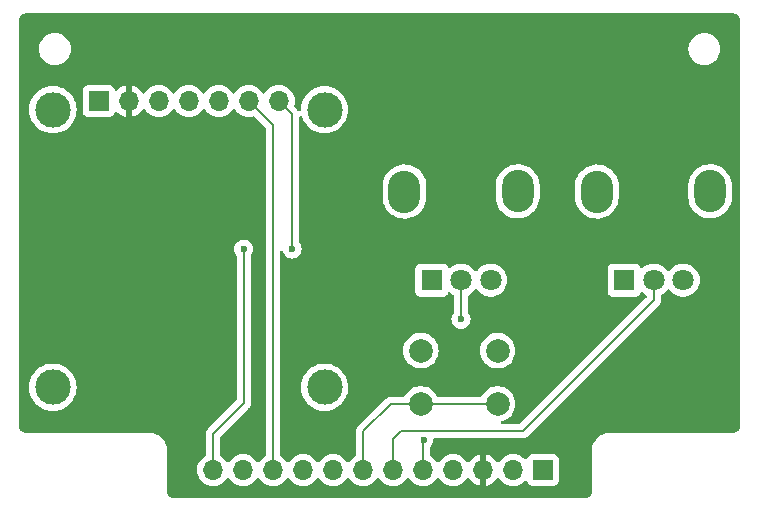
<source format=gtl>
G04 #@! TF.GenerationSoftware,KiCad,Pcbnew,7.0.10*
G04 #@! TF.CreationDate,2024-01-29T09:48:01-06:00*
G04 #@! TF.ProjectId,oled_expander,6f6c6564-5f65-4787-9061-6e6465722e6b,1.1*
G04 #@! TF.SameCoordinates,Original*
G04 #@! TF.FileFunction,Copper,L1,Top*
G04 #@! TF.FilePolarity,Positive*
%FSLAX46Y46*%
G04 Gerber Fmt 4.6, Leading zero omitted, Abs format (unit mm)*
G04 Created by KiCad (PCBNEW 7.0.10) date 2024-01-29 09:48:01*
%MOMM*%
%LPD*%
G01*
G04 APERTURE LIST*
G04 #@! TA.AperFunction,ComponentPad*
%ADD10C,2.000000*%
G04 #@! TD*
G04 #@! TA.AperFunction,ComponentPad*
%ADD11O,2.720000X3.580000*%
G04 #@! TD*
G04 #@! TA.AperFunction,ComponentPad*
%ADD12O,2.696000X3.580000*%
G04 #@! TD*
G04 #@! TA.AperFunction,ComponentPad*
%ADD13R,1.800000X1.800000*%
G04 #@! TD*
G04 #@! TA.AperFunction,ComponentPad*
%ADD14C,1.800000*%
G04 #@! TD*
G04 #@! TA.AperFunction,WasherPad*
%ADD15C,3.000000*%
G04 #@! TD*
G04 #@! TA.AperFunction,ComponentPad*
%ADD16R,1.700000X1.700000*%
G04 #@! TD*
G04 #@! TA.AperFunction,ComponentPad*
%ADD17O,1.700000X1.700000*%
G04 #@! TD*
G04 #@! TA.AperFunction,ViaPad*
%ADD18C,0.600000*%
G04 #@! TD*
G04 #@! TA.AperFunction,Conductor*
%ADD19C,0.200000*%
G04 #@! TD*
G04 APERTURE END LIST*
D10*
X94742893Y-80292893D03*
X88242893Y-80292893D03*
X94742893Y-75792893D03*
X88242893Y-75792893D03*
D11*
X103152893Y-62322893D03*
D12*
X112740893Y-62310893D03*
D13*
X105452893Y-69822893D03*
D14*
X107952893Y-69822893D03*
X110452893Y-69822893D03*
D11*
X86860000Y-62322893D03*
D12*
X96448000Y-62310893D03*
D13*
X89160000Y-69822893D03*
D14*
X91660000Y-69822893D03*
X94160000Y-69822893D03*
D15*
X57092893Y-55392893D03*
X57092893Y-78892893D03*
X80092893Y-55392893D03*
X80092893Y-78892893D03*
D16*
X60972893Y-54662893D03*
D17*
X63512893Y-54662893D03*
X66052893Y-54662893D03*
X68592893Y-54662893D03*
X71132893Y-54662893D03*
X73672893Y-54662893D03*
X76212893Y-54662893D03*
D16*
X98592893Y-85892893D03*
D17*
X96052893Y-85892893D03*
X93512893Y-85892893D03*
X90972893Y-85892893D03*
X88432893Y-85892893D03*
X85892893Y-85892893D03*
X83352893Y-85892893D03*
X80812893Y-85892893D03*
X78272893Y-85892893D03*
X75732893Y-85892893D03*
X73192893Y-85892893D03*
X70652893Y-85892893D03*
D18*
X88492893Y-83392893D03*
X91642893Y-73142893D03*
X77342893Y-67192893D03*
X73242893Y-67192893D03*
D19*
X107952893Y-69822893D02*
X107952893Y-71532893D01*
X107952893Y-71532893D02*
X96892893Y-82592893D01*
X96892893Y-82592893D02*
X86542893Y-82592893D01*
X86542893Y-82592893D02*
X85892893Y-83242893D01*
X85892893Y-83242893D02*
X85892893Y-85892893D01*
X88492893Y-83392893D02*
X88432893Y-83452893D01*
X88432893Y-83452893D02*
X88432893Y-85892893D01*
X91642893Y-73142893D02*
X91660000Y-73125786D01*
X91660000Y-73125786D02*
X91660000Y-69822893D01*
X88242893Y-80292893D02*
X94742893Y-80292893D01*
X85692893Y-80292893D02*
X83352893Y-82632893D01*
X88242893Y-80292893D02*
X85692893Y-80292893D01*
X83352893Y-82632893D02*
X83352893Y-85892893D01*
X73672893Y-54662893D02*
X75732893Y-56722893D01*
X75732893Y-56722893D02*
X75732893Y-85892893D01*
X77342893Y-55792893D02*
X77342893Y-67192893D01*
X73242893Y-67192893D02*
X73242893Y-80242893D01*
X70652893Y-82832893D02*
X70652893Y-85892893D01*
X76212893Y-54662893D02*
X77342893Y-55792893D01*
X73242893Y-80242893D02*
X70652893Y-82832893D01*
G04 #@! TA.AperFunction,Conductor*
G36*
X114677004Y-47243394D02*
G01*
X114735936Y-47243393D01*
X114749819Y-47244173D01*
X114766775Y-47246083D01*
X114840165Y-47254351D01*
X114867228Y-47260528D01*
X114946440Y-47288244D01*
X114971449Y-47300287D01*
X115042504Y-47344934D01*
X115064213Y-47362246D01*
X115123550Y-47421582D01*
X115140862Y-47443291D01*
X115185505Y-47514338D01*
X115197553Y-47539356D01*
X115225268Y-47618559D01*
X115231447Y-47645629D01*
X115241613Y-47735848D01*
X115242393Y-47749733D01*
X115242393Y-82169393D01*
X115242392Y-82169411D01*
X115242392Y-82235937D01*
X115241612Y-82249820D01*
X115231434Y-82340158D01*
X115225256Y-82367229D01*
X115197542Y-82446433D01*
X115185494Y-82471451D01*
X115140851Y-82542500D01*
X115123538Y-82564209D01*
X115064209Y-82623538D01*
X115042500Y-82640851D01*
X114971451Y-82685494D01*
X114946433Y-82697542D01*
X114867229Y-82725256D01*
X114840158Y-82731434D01*
X114749820Y-82741612D01*
X114735937Y-82742392D01*
X114669410Y-82742392D01*
X114669394Y-82742393D01*
X104316392Y-82742393D01*
X104316375Y-82742392D01*
X104308782Y-82742392D01*
X104242889Y-82742393D01*
X104135574Y-82742393D01*
X103957443Y-82768006D01*
X103923122Y-82772941D01*
X103923121Y-82772941D01*
X103923116Y-82772942D01*
X103717175Y-82833413D01*
X103521954Y-82922567D01*
X103521938Y-82922576D01*
X103341381Y-83038614D01*
X103179170Y-83179170D01*
X103038614Y-83341381D01*
X102922576Y-83521938D01*
X102922567Y-83521954D01*
X102833413Y-83717175D01*
X102772942Y-83923116D01*
X102742393Y-84135574D01*
X102742393Y-84242889D01*
X102742392Y-84318769D01*
X102742393Y-84318782D01*
X102742393Y-87669393D01*
X102742392Y-87669411D01*
X102742392Y-87735937D01*
X102741612Y-87749820D01*
X102731434Y-87840158D01*
X102725256Y-87867229D01*
X102697542Y-87946433D01*
X102685494Y-87971451D01*
X102640851Y-88042500D01*
X102623538Y-88064209D01*
X102564209Y-88123538D01*
X102542500Y-88140851D01*
X102471451Y-88185494D01*
X102446433Y-88197542D01*
X102367229Y-88225256D01*
X102340158Y-88231434D01*
X102249820Y-88241612D01*
X102235937Y-88242392D01*
X102169410Y-88242392D01*
X102169394Y-88242393D01*
X67249859Y-88242393D01*
X67235975Y-88241613D01*
X67222715Y-88240119D01*
X67145633Y-88231433D01*
X67118563Y-88225254D01*
X67039360Y-88197539D01*
X67014342Y-88185491D01*
X66943301Y-88140852D01*
X66921593Y-88123540D01*
X66862256Y-88064203D01*
X66844945Y-88042497D01*
X66800299Y-87971441D01*
X66788259Y-87946438D01*
X66760542Y-87867225D01*
X66754365Y-87840158D01*
X66744173Y-87749692D01*
X66743393Y-87735808D01*
X66743394Y-87677004D01*
X66743393Y-87677000D01*
X66743393Y-84308785D01*
X66743394Y-84308782D01*
X66743393Y-84294266D01*
X66743406Y-84294221D01*
X66743406Y-84242889D01*
X66743407Y-84242889D01*
X66743406Y-84135571D01*
X66712859Y-83923119D01*
X66652387Y-83717177D01*
X66650410Y-83712849D01*
X66622792Y-83652374D01*
X66563223Y-83521937D01*
X66480287Y-83392889D01*
X66447182Y-83341377D01*
X66447181Y-83341376D01*
X66447180Y-83341374D01*
X66306622Y-83179164D01*
X66175965Y-83065950D01*
X66144414Y-83038611D01*
X66144405Y-83038604D01*
X65963851Y-82922571D01*
X65963847Y-82922569D01*
X65963844Y-82922567D01*
X65768603Y-82833405D01*
X65768601Y-82833404D01*
X65768598Y-82833403D01*
X65562654Y-82772935D01*
X65374048Y-82745819D01*
X65350208Y-82742392D01*
X65350207Y-82742392D01*
X65242889Y-82742393D01*
X54749859Y-82742393D01*
X54735975Y-82741613D01*
X54722715Y-82740119D01*
X54645633Y-82731433D01*
X54618563Y-82725254D01*
X54539360Y-82697539D01*
X54514342Y-82685491D01*
X54443301Y-82640852D01*
X54421593Y-82623540D01*
X54362256Y-82564203D01*
X54344945Y-82542497D01*
X54300299Y-82471441D01*
X54288259Y-82446438D01*
X54260542Y-82367225D01*
X54254365Y-82340158D01*
X54253226Y-82330052D01*
X54244173Y-82249692D01*
X54243393Y-82235808D01*
X54243394Y-82177004D01*
X54243393Y-82177000D01*
X54243393Y-78892894D01*
X55087283Y-78892894D01*
X55107697Y-79178326D01*
X55168521Y-79457930D01*
X55168523Y-79457936D01*
X55168524Y-79457939D01*
X55261736Y-79707849D01*
X55268528Y-79726059D01*
X55405663Y-79977202D01*
X55405668Y-79977210D01*
X55577147Y-80206280D01*
X55577163Y-80206298D01*
X55779487Y-80408622D01*
X55779505Y-80408638D01*
X56008575Y-80580117D01*
X56008583Y-80580122D01*
X56259726Y-80717257D01*
X56259725Y-80717257D01*
X56259729Y-80717258D01*
X56259732Y-80717260D01*
X56527847Y-80817262D01*
X56527853Y-80817263D01*
X56527855Y-80817264D01*
X56807459Y-80878088D01*
X56807461Y-80878088D01*
X56807465Y-80878089D01*
X57061070Y-80896227D01*
X57092892Y-80898503D01*
X57092893Y-80898503D01*
X57092894Y-80898503D01*
X57124716Y-80896227D01*
X57378321Y-80878089D01*
X57657939Y-80817262D01*
X57926054Y-80717260D01*
X58177208Y-80580119D01*
X58406288Y-80408632D01*
X58608632Y-80206288D01*
X58780119Y-79977208D01*
X58917260Y-79726054D01*
X59017262Y-79457939D01*
X59036803Y-79368110D01*
X59078088Y-79178326D01*
X59078088Y-79178325D01*
X59078089Y-79178321D01*
X59098503Y-78892893D01*
X59078089Y-78607465D01*
X59017262Y-78327847D01*
X58917260Y-78059732D01*
X58780119Y-77808578D01*
X58780117Y-77808575D01*
X58608638Y-77579505D01*
X58608622Y-77579487D01*
X58406298Y-77377163D01*
X58406280Y-77377147D01*
X58177210Y-77205668D01*
X58177202Y-77205663D01*
X57926059Y-77068528D01*
X57926060Y-77068528D01*
X57818808Y-77028525D01*
X57657939Y-76968524D01*
X57657936Y-76968523D01*
X57657930Y-76968521D01*
X57378326Y-76907697D01*
X57092894Y-76887283D01*
X57092892Y-76887283D01*
X56807459Y-76907697D01*
X56527855Y-76968521D01*
X56259726Y-77068528D01*
X56008583Y-77205663D01*
X56008575Y-77205668D01*
X55779505Y-77377147D01*
X55779487Y-77377163D01*
X55577163Y-77579487D01*
X55577147Y-77579505D01*
X55405668Y-77808575D01*
X55405663Y-77808583D01*
X55268528Y-78059726D01*
X55168521Y-78327855D01*
X55107697Y-78607459D01*
X55087283Y-78892891D01*
X55087283Y-78892894D01*
X54243393Y-78892894D01*
X54243393Y-55392894D01*
X55087283Y-55392894D01*
X55107697Y-55678326D01*
X55168521Y-55957930D01*
X55168523Y-55957936D01*
X55168524Y-55957939D01*
X55268526Y-56226054D01*
X55268528Y-56226059D01*
X55405663Y-56477202D01*
X55405668Y-56477210D01*
X55577147Y-56706280D01*
X55577163Y-56706298D01*
X55779487Y-56908622D01*
X55779505Y-56908638D01*
X56008575Y-57080117D01*
X56008583Y-57080122D01*
X56259726Y-57217257D01*
X56259725Y-57217257D01*
X56259729Y-57217258D01*
X56259732Y-57217260D01*
X56527847Y-57317262D01*
X56527853Y-57317263D01*
X56527855Y-57317264D01*
X56807459Y-57378088D01*
X56807461Y-57378088D01*
X56807465Y-57378089D01*
X57061113Y-57396230D01*
X57092892Y-57398503D01*
X57092893Y-57398503D01*
X57092894Y-57398503D01*
X57121488Y-57396457D01*
X57378321Y-57378089D01*
X57657939Y-57317262D01*
X57926054Y-57217260D01*
X58177208Y-57080119D01*
X58406288Y-56908632D01*
X58608632Y-56706288D01*
X58780119Y-56477208D01*
X58917260Y-56226054D01*
X59017262Y-55957939D01*
X59021964Y-55936326D01*
X59078088Y-55678326D01*
X59078088Y-55678325D01*
X59078089Y-55678321D01*
X59086497Y-55560763D01*
X59622393Y-55560763D01*
X59622394Y-55560769D01*
X59628801Y-55620376D01*
X59679095Y-55755221D01*
X59679099Y-55755228D01*
X59765345Y-55870437D01*
X59765348Y-55870440D01*
X59880557Y-55956686D01*
X59880564Y-55956690D01*
X60015410Y-56006984D01*
X60015409Y-56006984D01*
X60022337Y-56007728D01*
X60075020Y-56013393D01*
X61870765Y-56013392D01*
X61930376Y-56006984D01*
X62065224Y-55956689D01*
X62180439Y-55870439D01*
X62266689Y-55755224D01*
X62315895Y-55623294D01*
X62357765Y-55567361D01*
X62423230Y-55542943D01*
X62491503Y-55557794D01*
X62519758Y-55578946D01*
X62641810Y-55700998D01*
X62835314Y-55836493D01*
X63049400Y-55936322D01*
X63049409Y-55936326D01*
X63262893Y-55993527D01*
X63262893Y-55098394D01*
X63370578Y-55147573D01*
X63477130Y-55162893D01*
X63548656Y-55162893D01*
X63655208Y-55147573D01*
X63762893Y-55098394D01*
X63762893Y-55993526D01*
X63976376Y-55936326D01*
X63976385Y-55936322D01*
X64190471Y-55836493D01*
X64383975Y-55700998D01*
X64550998Y-55533975D01*
X64681012Y-55348298D01*
X64735589Y-55304674D01*
X64805088Y-55297481D01*
X64867442Y-55329003D01*
X64884162Y-55348298D01*
X65014398Y-55534294D01*
X65181492Y-55701388D01*
X65278277Y-55769158D01*
X65375058Y-55836925D01*
X65375060Y-55836926D01*
X65375063Y-55836928D01*
X65589230Y-55936796D01*
X65589236Y-55936797D01*
X65589237Y-55936798D01*
X65644178Y-55951519D01*
X65817485Y-55997956D01*
X65993927Y-56013393D01*
X66052892Y-56018552D01*
X66052893Y-56018552D01*
X66052894Y-56018552D01*
X66111859Y-56013393D01*
X66288301Y-55997956D01*
X66516556Y-55936796D01*
X66730723Y-55836928D01*
X66924294Y-55701388D01*
X67091388Y-55534294D01*
X67221318Y-55348735D01*
X67275895Y-55305110D01*
X67345393Y-55297916D01*
X67407748Y-55329439D01*
X67424468Y-55348735D01*
X67554174Y-55533975D01*
X67554398Y-55534294D01*
X67721492Y-55701388D01*
X67818277Y-55769158D01*
X67915058Y-55836925D01*
X67915060Y-55836926D01*
X67915063Y-55836928D01*
X68129230Y-55936796D01*
X68129236Y-55936797D01*
X68129237Y-55936798D01*
X68184178Y-55951519D01*
X68357485Y-55997956D01*
X68533927Y-56013393D01*
X68592892Y-56018552D01*
X68592893Y-56018552D01*
X68592894Y-56018552D01*
X68651859Y-56013393D01*
X68828301Y-55997956D01*
X69056556Y-55936796D01*
X69270723Y-55836928D01*
X69464294Y-55701388D01*
X69631388Y-55534294D01*
X69761318Y-55348735D01*
X69815895Y-55305110D01*
X69885393Y-55297916D01*
X69947748Y-55329439D01*
X69964468Y-55348735D01*
X70094174Y-55533975D01*
X70094398Y-55534294D01*
X70261492Y-55701388D01*
X70358277Y-55769158D01*
X70455058Y-55836925D01*
X70455060Y-55836926D01*
X70455063Y-55836928D01*
X70669230Y-55936796D01*
X70669236Y-55936797D01*
X70669237Y-55936798D01*
X70724178Y-55951519D01*
X70897485Y-55997956D01*
X71073927Y-56013393D01*
X71132892Y-56018552D01*
X71132893Y-56018552D01*
X71132894Y-56018552D01*
X71191859Y-56013393D01*
X71368301Y-55997956D01*
X71596556Y-55936796D01*
X71810723Y-55836928D01*
X72004294Y-55701388D01*
X72171388Y-55534294D01*
X72301318Y-55348735D01*
X72355895Y-55305110D01*
X72425393Y-55297916D01*
X72487748Y-55329439D01*
X72504468Y-55348735D01*
X72634174Y-55533975D01*
X72634398Y-55534294D01*
X72801492Y-55701388D01*
X72898277Y-55769158D01*
X72995058Y-55836925D01*
X72995060Y-55836926D01*
X72995063Y-55836928D01*
X73209230Y-55936796D01*
X73209236Y-55936797D01*
X73209237Y-55936798D01*
X73264178Y-55951519D01*
X73437485Y-55997956D01*
X73613927Y-56013393D01*
X73672892Y-56018552D01*
X73672893Y-56018552D01*
X73672894Y-56018552D01*
X73731859Y-56013393D01*
X73908301Y-55997956D01*
X74036650Y-55963565D01*
X74106499Y-55965228D01*
X74156424Y-55995659D01*
X75096074Y-56935309D01*
X75129559Y-56996632D01*
X75132393Y-57022990D01*
X75132393Y-84603801D01*
X75112708Y-84670840D01*
X75060807Y-84716179D01*
X75055066Y-84718856D01*
X75055062Y-84718858D01*
X74861490Y-84854398D01*
X74694398Y-85021490D01*
X74564468Y-85207051D01*
X74509891Y-85250676D01*
X74440393Y-85257870D01*
X74378038Y-85226347D01*
X74361318Y-85207051D01*
X74231387Y-85021490D01*
X74064295Y-84854399D01*
X74064288Y-84854394D01*
X73870727Y-84718860D01*
X73870723Y-84718858D01*
X73864978Y-84716179D01*
X73656556Y-84618990D01*
X73656552Y-84618989D01*
X73656548Y-84618987D01*
X73428306Y-84557831D01*
X73428296Y-84557829D01*
X73192894Y-84537234D01*
X73192892Y-84537234D01*
X72957489Y-84557829D01*
X72957479Y-84557831D01*
X72729237Y-84618987D01*
X72729228Y-84618991D01*
X72515064Y-84718857D01*
X72515062Y-84718858D01*
X72321490Y-84854398D01*
X72154398Y-85021490D01*
X72024468Y-85207051D01*
X71969891Y-85250676D01*
X71900393Y-85257870D01*
X71838038Y-85226347D01*
X71821318Y-85207051D01*
X71691387Y-85021490D01*
X71524295Y-84854399D01*
X71524288Y-84854394D01*
X71330724Y-84718858D01*
X71330719Y-84718855D01*
X71324984Y-84716181D01*
X71272546Y-84670006D01*
X71253393Y-84603801D01*
X71253393Y-83132989D01*
X71273078Y-83065950D01*
X71289707Y-83045313D01*
X73633937Y-80701082D01*
X73646115Y-80690403D01*
X73671175Y-80671175D01*
X73767429Y-80545734D01*
X73827937Y-80399655D01*
X73843393Y-80282254D01*
X73848575Y-80242893D01*
X73844454Y-80211590D01*
X73843393Y-80195405D01*
X73843393Y-67775305D01*
X73863078Y-67708266D01*
X73870448Y-67697990D01*
X73872703Y-67695160D01*
X73872709Y-67695155D01*
X73968682Y-67542415D01*
X74028261Y-67372148D01*
X74028262Y-67372142D01*
X74048458Y-67192896D01*
X74048458Y-67192889D01*
X74028262Y-67013643D01*
X74028261Y-67013638D01*
X73968682Y-66843371D01*
X73872709Y-66690631D01*
X73745155Y-66563077D01*
X73592416Y-66467104D01*
X73422147Y-66407524D01*
X73422142Y-66407523D01*
X73242897Y-66387328D01*
X73242889Y-66387328D01*
X73063643Y-66407523D01*
X73063638Y-66407524D01*
X72893369Y-66467104D01*
X72740630Y-66563077D01*
X72613077Y-66690630D01*
X72517104Y-66843369D01*
X72457524Y-67013638D01*
X72457523Y-67013643D01*
X72437328Y-67192889D01*
X72437328Y-67192896D01*
X72457523Y-67372142D01*
X72457524Y-67372147D01*
X72517104Y-67542416D01*
X72613078Y-67695156D01*
X72615338Y-67697990D01*
X72616227Y-67700168D01*
X72616782Y-67701051D01*
X72616627Y-67701148D01*
X72641748Y-67762676D01*
X72642393Y-67775305D01*
X72642393Y-79942795D01*
X72622708Y-80009834D01*
X72606074Y-80030476D01*
X70261858Y-82374691D01*
X70249668Y-82385382D01*
X70224609Y-82404611D01*
X70169732Y-82476131D01*
X70128357Y-82530051D01*
X70128354Y-82530056D01*
X70067850Y-82676127D01*
X70067848Y-82676132D01*
X70052149Y-82795382D01*
X70047211Y-82832893D01*
X70048846Y-82845309D01*
X70051332Y-82864194D01*
X70052393Y-82880380D01*
X70052393Y-84603801D01*
X70032708Y-84670840D01*
X69980807Y-84716179D01*
X69975066Y-84718856D01*
X69975062Y-84718858D01*
X69781490Y-84854398D01*
X69614398Y-85021490D01*
X69478858Y-85215062D01*
X69478857Y-85215064D01*
X69378991Y-85429228D01*
X69378987Y-85429237D01*
X69317831Y-85657479D01*
X69317829Y-85657489D01*
X69297234Y-85892892D01*
X69297234Y-85892893D01*
X69317829Y-86128296D01*
X69317831Y-86128306D01*
X69378987Y-86356548D01*
X69378989Y-86356552D01*
X69378990Y-86356556D01*
X69458694Y-86527481D01*
X69478858Y-86570723D01*
X69478860Y-86570727D01*
X69587174Y-86725414D01*
X69614398Y-86764294D01*
X69781492Y-86931388D01*
X69878277Y-86999158D01*
X69975058Y-87066925D01*
X69975060Y-87066926D01*
X69975063Y-87066928D01*
X70189230Y-87166796D01*
X70417485Y-87227956D01*
X70593927Y-87243393D01*
X70652892Y-87248552D01*
X70652893Y-87248552D01*
X70652894Y-87248552D01*
X70711859Y-87243393D01*
X70888301Y-87227956D01*
X71116556Y-87166796D01*
X71330723Y-87066928D01*
X71524294Y-86931388D01*
X71691388Y-86764294D01*
X71821318Y-86578735D01*
X71875895Y-86535110D01*
X71945393Y-86527916D01*
X72007748Y-86559439D01*
X72024468Y-86578735D01*
X72154393Y-86764288D01*
X72154398Y-86764294D01*
X72321492Y-86931388D01*
X72418277Y-86999158D01*
X72515058Y-87066925D01*
X72515060Y-87066926D01*
X72515063Y-87066928D01*
X72729230Y-87166796D01*
X72957485Y-87227956D01*
X73133927Y-87243393D01*
X73192892Y-87248552D01*
X73192893Y-87248552D01*
X73192894Y-87248552D01*
X73251859Y-87243393D01*
X73428301Y-87227956D01*
X73656556Y-87166796D01*
X73870723Y-87066928D01*
X74064294Y-86931388D01*
X74231388Y-86764294D01*
X74361318Y-86578735D01*
X74415895Y-86535110D01*
X74485393Y-86527916D01*
X74547748Y-86559439D01*
X74564468Y-86578735D01*
X74694393Y-86764288D01*
X74694398Y-86764294D01*
X74861492Y-86931388D01*
X74958277Y-86999158D01*
X75055058Y-87066925D01*
X75055060Y-87066926D01*
X75055063Y-87066928D01*
X75269230Y-87166796D01*
X75497485Y-87227956D01*
X75673927Y-87243393D01*
X75732892Y-87248552D01*
X75732893Y-87248552D01*
X75732894Y-87248552D01*
X75791859Y-87243393D01*
X75968301Y-87227956D01*
X76196556Y-87166796D01*
X76410723Y-87066928D01*
X76604294Y-86931388D01*
X76771388Y-86764294D01*
X76901318Y-86578735D01*
X76955895Y-86535110D01*
X77025393Y-86527916D01*
X77087748Y-86559439D01*
X77104468Y-86578735D01*
X77234393Y-86764288D01*
X77234398Y-86764294D01*
X77401492Y-86931388D01*
X77498277Y-86999158D01*
X77595058Y-87066925D01*
X77595060Y-87066926D01*
X77595063Y-87066928D01*
X77809230Y-87166796D01*
X78037485Y-87227956D01*
X78213927Y-87243393D01*
X78272892Y-87248552D01*
X78272893Y-87248552D01*
X78272894Y-87248552D01*
X78331859Y-87243393D01*
X78508301Y-87227956D01*
X78736556Y-87166796D01*
X78950723Y-87066928D01*
X79144294Y-86931388D01*
X79311388Y-86764294D01*
X79441318Y-86578735D01*
X79495895Y-86535110D01*
X79565393Y-86527916D01*
X79627748Y-86559439D01*
X79644468Y-86578735D01*
X79774393Y-86764288D01*
X79774398Y-86764294D01*
X79941492Y-86931388D01*
X80038277Y-86999158D01*
X80135058Y-87066925D01*
X80135060Y-87066926D01*
X80135063Y-87066928D01*
X80349230Y-87166796D01*
X80577485Y-87227956D01*
X80753927Y-87243393D01*
X80812892Y-87248552D01*
X80812893Y-87248552D01*
X80812894Y-87248552D01*
X80871859Y-87243393D01*
X81048301Y-87227956D01*
X81276556Y-87166796D01*
X81490723Y-87066928D01*
X81684294Y-86931388D01*
X81851388Y-86764294D01*
X81981318Y-86578735D01*
X82035895Y-86535110D01*
X82105393Y-86527916D01*
X82167748Y-86559439D01*
X82184468Y-86578735D01*
X82314393Y-86764288D01*
X82314398Y-86764294D01*
X82481492Y-86931388D01*
X82578277Y-86999158D01*
X82675058Y-87066925D01*
X82675060Y-87066926D01*
X82675063Y-87066928D01*
X82889230Y-87166796D01*
X83117485Y-87227956D01*
X83293927Y-87243393D01*
X83352892Y-87248552D01*
X83352893Y-87248552D01*
X83352894Y-87248552D01*
X83411859Y-87243393D01*
X83588301Y-87227956D01*
X83816556Y-87166796D01*
X84030723Y-87066928D01*
X84224294Y-86931388D01*
X84391388Y-86764294D01*
X84521318Y-86578735D01*
X84575895Y-86535110D01*
X84645393Y-86527916D01*
X84707748Y-86559439D01*
X84724468Y-86578735D01*
X84854393Y-86764288D01*
X84854398Y-86764294D01*
X85021492Y-86931388D01*
X85118277Y-86999158D01*
X85215058Y-87066925D01*
X85215060Y-87066926D01*
X85215063Y-87066928D01*
X85429230Y-87166796D01*
X85657485Y-87227956D01*
X85833927Y-87243393D01*
X85892892Y-87248552D01*
X85892893Y-87248552D01*
X85892894Y-87248552D01*
X85951859Y-87243393D01*
X86128301Y-87227956D01*
X86356556Y-87166796D01*
X86570723Y-87066928D01*
X86764294Y-86931388D01*
X86931388Y-86764294D01*
X87061318Y-86578735D01*
X87115895Y-86535110D01*
X87185393Y-86527916D01*
X87247748Y-86559439D01*
X87264468Y-86578735D01*
X87394393Y-86764288D01*
X87394398Y-86764294D01*
X87561492Y-86931388D01*
X87658277Y-86999158D01*
X87755058Y-87066925D01*
X87755060Y-87066926D01*
X87755063Y-87066928D01*
X87969230Y-87166796D01*
X88197485Y-87227956D01*
X88373927Y-87243393D01*
X88432892Y-87248552D01*
X88432893Y-87248552D01*
X88432894Y-87248552D01*
X88491859Y-87243393D01*
X88668301Y-87227956D01*
X88896556Y-87166796D01*
X89110723Y-87066928D01*
X89304294Y-86931388D01*
X89471388Y-86764294D01*
X89601318Y-86578735D01*
X89655895Y-86535110D01*
X89725393Y-86527916D01*
X89787748Y-86559439D01*
X89804468Y-86578735D01*
X89934393Y-86764288D01*
X89934398Y-86764294D01*
X90101492Y-86931388D01*
X90198277Y-86999158D01*
X90295058Y-87066925D01*
X90295060Y-87066926D01*
X90295063Y-87066928D01*
X90509230Y-87166796D01*
X90737485Y-87227956D01*
X90913927Y-87243393D01*
X90972892Y-87248552D01*
X90972893Y-87248552D01*
X90972894Y-87248552D01*
X91031859Y-87243393D01*
X91208301Y-87227956D01*
X91436556Y-87166796D01*
X91650723Y-87066928D01*
X91844294Y-86931388D01*
X92011388Y-86764294D01*
X92141623Y-86578298D01*
X92196200Y-86534674D01*
X92265698Y-86527480D01*
X92328053Y-86559003D01*
X92344772Y-86578298D01*
X92474783Y-86763971D01*
X92641810Y-86930998D01*
X92835314Y-87066493D01*
X93049400Y-87166322D01*
X93049409Y-87166326D01*
X93262893Y-87223527D01*
X93262893Y-86328394D01*
X93370578Y-86377573D01*
X93477130Y-86392893D01*
X93548656Y-86392893D01*
X93655208Y-86377573D01*
X93762893Y-86328394D01*
X93762893Y-87223526D01*
X93976376Y-87166326D01*
X93976385Y-87166322D01*
X94190471Y-87066493D01*
X94383975Y-86930998D01*
X94550998Y-86763975D01*
X94681012Y-86578298D01*
X94735589Y-86534674D01*
X94805088Y-86527481D01*
X94867442Y-86559003D01*
X94884162Y-86578298D01*
X95014398Y-86764294D01*
X95181492Y-86931388D01*
X95278277Y-86999158D01*
X95375058Y-87066925D01*
X95375060Y-87066926D01*
X95375063Y-87066928D01*
X95589230Y-87166796D01*
X95817485Y-87227956D01*
X95993927Y-87243393D01*
X96052892Y-87248552D01*
X96052893Y-87248552D01*
X96052894Y-87248552D01*
X96111859Y-87243393D01*
X96288301Y-87227956D01*
X96516556Y-87166796D01*
X96730723Y-87066928D01*
X96924294Y-86931388D01*
X97046222Y-86809459D01*
X97107541Y-86775977D01*
X97177233Y-86780961D01*
X97233167Y-86822832D01*
X97250082Y-86853810D01*
X97299095Y-86985221D01*
X97299099Y-86985228D01*
X97385345Y-87100437D01*
X97385348Y-87100440D01*
X97500557Y-87186686D01*
X97500564Y-87186690D01*
X97635410Y-87236984D01*
X97635409Y-87236984D01*
X97642337Y-87237728D01*
X97695020Y-87243393D01*
X99490765Y-87243392D01*
X99550376Y-87236984D01*
X99685224Y-87186689D01*
X99800439Y-87100439D01*
X99886689Y-86985224D01*
X99936984Y-86850376D01*
X99943393Y-86790766D01*
X99943392Y-84995021D01*
X99936984Y-84935410D01*
X99935703Y-84931976D01*
X99886690Y-84800564D01*
X99886686Y-84800557D01*
X99800440Y-84685348D01*
X99800437Y-84685345D01*
X99685228Y-84599099D01*
X99685221Y-84599095D01*
X99550375Y-84548801D01*
X99550376Y-84548801D01*
X99490776Y-84542394D01*
X99490774Y-84542393D01*
X99490766Y-84542393D01*
X99490757Y-84542393D01*
X97695022Y-84542393D01*
X97695016Y-84542394D01*
X97635409Y-84548801D01*
X97500564Y-84599095D01*
X97500557Y-84599099D01*
X97385348Y-84685345D01*
X97385345Y-84685348D01*
X97299099Y-84800557D01*
X97299096Y-84800562D01*
X97250082Y-84931976D01*
X97208210Y-84987909D01*
X97142746Y-85012326D01*
X97074473Y-84997474D01*
X97046219Y-84976323D01*
X96924295Y-84854399D01*
X96924288Y-84854394D01*
X96730727Y-84718860D01*
X96730723Y-84718858D01*
X96724978Y-84716179D01*
X96516556Y-84618990D01*
X96516552Y-84618989D01*
X96516548Y-84618987D01*
X96288306Y-84557831D01*
X96288296Y-84557829D01*
X96052894Y-84537234D01*
X96052892Y-84537234D01*
X95817489Y-84557829D01*
X95817479Y-84557831D01*
X95589237Y-84618987D01*
X95589228Y-84618991D01*
X95375064Y-84718857D01*
X95375062Y-84718858D01*
X95181490Y-84854398D01*
X95014401Y-85021487D01*
X94884162Y-85207488D01*
X94829585Y-85251112D01*
X94760086Y-85258305D01*
X94697732Y-85226783D01*
X94681012Y-85207487D01*
X94551006Y-85021819D01*
X94551001Y-85021813D01*
X94383975Y-84854787D01*
X94190471Y-84719292D01*
X93976385Y-84619463D01*
X93976379Y-84619460D01*
X93762893Y-84562257D01*
X93762893Y-85457391D01*
X93655208Y-85408213D01*
X93548656Y-85392893D01*
X93477130Y-85392893D01*
X93370578Y-85408213D01*
X93262893Y-85457391D01*
X93262893Y-84562257D01*
X93262892Y-84562257D01*
X93049406Y-84619460D01*
X93049400Y-84619463D01*
X92835315Y-84719292D01*
X92835313Y-84719293D01*
X92641819Y-84854779D01*
X92641813Y-84854784D01*
X92474784Y-85021813D01*
X92474783Y-85021815D01*
X92344773Y-85207488D01*
X92290196Y-85251112D01*
X92220697Y-85258305D01*
X92158343Y-85226783D01*
X92141623Y-85207487D01*
X92011387Y-85021490D01*
X91844295Y-84854399D01*
X91844288Y-84854394D01*
X91650727Y-84718860D01*
X91650723Y-84718858D01*
X91644978Y-84716179D01*
X91436556Y-84618990D01*
X91436552Y-84618989D01*
X91436548Y-84618987D01*
X91208306Y-84557831D01*
X91208296Y-84557829D01*
X90972894Y-84537234D01*
X90972892Y-84537234D01*
X90737489Y-84557829D01*
X90737479Y-84557831D01*
X90509237Y-84618987D01*
X90509228Y-84618991D01*
X90295064Y-84718857D01*
X90295062Y-84718858D01*
X90101490Y-84854398D01*
X89934398Y-85021490D01*
X89804468Y-85207051D01*
X89749891Y-85250676D01*
X89680393Y-85257870D01*
X89618038Y-85226347D01*
X89601318Y-85207051D01*
X89471387Y-85021490D01*
X89304295Y-84854399D01*
X89304288Y-84854394D01*
X89110724Y-84718858D01*
X89110719Y-84718855D01*
X89104984Y-84716181D01*
X89052546Y-84670006D01*
X89033393Y-84603801D01*
X89033393Y-84035833D01*
X89053078Y-83968794D01*
X89069712Y-83948152D01*
X89094751Y-83923113D01*
X89122709Y-83895155D01*
X89218682Y-83742415D01*
X89278261Y-83572148D01*
X89278262Y-83572142D01*
X89298458Y-83392896D01*
X89298458Y-83392889D01*
X89291516Y-83331276D01*
X89303571Y-83262454D01*
X89350920Y-83211075D01*
X89414736Y-83193393D01*
X96845406Y-83193393D01*
X96861590Y-83194453D01*
X96892893Y-83198575D01*
X96892894Y-83198575D01*
X96945147Y-83191695D01*
X97049655Y-83177937D01*
X97195734Y-83117429D01*
X97231412Y-83090052D01*
X97321175Y-83021175D01*
X97340402Y-82996116D01*
X97351083Y-82983936D01*
X108343936Y-71991083D01*
X108356116Y-71980402D01*
X108381175Y-71961175D01*
X108477429Y-71835734D01*
X108537937Y-71689655D01*
X108553393Y-71572254D01*
X108558575Y-71532893D01*
X108554454Y-71501590D01*
X108553393Y-71485405D01*
X108553393Y-71164236D01*
X108573078Y-71097197D01*
X108618376Y-71055181D01*
X108721519Y-70999363D01*
X108904677Y-70856806D01*
X109061872Y-70686046D01*
X109099084Y-70629089D01*
X109152230Y-70583732D01*
X109221462Y-70574308D01*
X109284797Y-70603810D01*
X109306702Y-70629089D01*
X109343909Y-70686040D01*
X109343912Y-70686044D01*
X109343914Y-70686046D01*
X109501109Y-70856806D01*
X109501112Y-70856808D01*
X109501115Y-70856811D01*
X109684258Y-70999357D01*
X109684264Y-70999361D01*
X109684267Y-70999363D01*
X109888390Y-71109829D01*
X110002380Y-71148961D01*
X110107908Y-71185190D01*
X110107910Y-71185190D01*
X110107912Y-71185191D01*
X110336844Y-71223393D01*
X110336845Y-71223393D01*
X110568941Y-71223393D01*
X110568942Y-71223393D01*
X110797874Y-71185191D01*
X111017396Y-71109829D01*
X111221519Y-70999363D01*
X111404677Y-70856806D01*
X111561872Y-70686046D01*
X111688817Y-70491742D01*
X111782050Y-70279193D01*
X111839027Y-70054198D01*
X111858193Y-69822893D01*
X111858193Y-69822886D01*
X111839028Y-69591595D01*
X111839026Y-69591584D01*
X111782050Y-69366592D01*
X111688817Y-69154044D01*
X111561876Y-68959745D01*
X111561873Y-68959742D01*
X111561872Y-68959740D01*
X111404677Y-68788980D01*
X111404672Y-68788976D01*
X111404670Y-68788974D01*
X111221527Y-68646428D01*
X111221521Y-68646424D01*
X111017397Y-68535957D01*
X111017388Y-68535954D01*
X110797877Y-68460595D01*
X110607343Y-68428801D01*
X110568942Y-68422393D01*
X110336844Y-68422393D01*
X110298443Y-68428801D01*
X110107908Y-68460595D01*
X109888397Y-68535954D01*
X109888388Y-68535957D01*
X109684264Y-68646424D01*
X109684258Y-68646428D01*
X109501115Y-68788974D01*
X109501112Y-68788977D01*
X109501109Y-68788979D01*
X109501109Y-68788980D01*
X109353393Y-68949444D01*
X109343908Y-68959747D01*
X109306701Y-69016697D01*
X109253555Y-69062054D01*
X109184323Y-69071477D01*
X109120988Y-69041975D01*
X109099085Y-69016697D01*
X109061877Y-68959747D01*
X109061875Y-68959745D01*
X109061872Y-68959740D01*
X108904677Y-68788980D01*
X108904672Y-68788976D01*
X108904670Y-68788974D01*
X108721527Y-68646428D01*
X108721521Y-68646424D01*
X108517397Y-68535957D01*
X108517388Y-68535954D01*
X108297877Y-68460595D01*
X108107343Y-68428801D01*
X108068942Y-68422393D01*
X107836844Y-68422393D01*
X107798443Y-68428801D01*
X107607908Y-68460595D01*
X107388397Y-68535954D01*
X107388388Y-68535957D01*
X107184265Y-68646424D01*
X107007329Y-68784138D01*
X106942335Y-68809780D01*
X106873795Y-68796213D01*
X106823470Y-68747745D01*
X106814985Y-68729616D01*
X106796691Y-68680566D01*
X106796686Y-68680557D01*
X106710440Y-68565348D01*
X106710437Y-68565345D01*
X106595228Y-68479099D01*
X106595221Y-68479095D01*
X106460375Y-68428801D01*
X106460376Y-68428801D01*
X106400776Y-68422394D01*
X106400774Y-68422393D01*
X106400766Y-68422393D01*
X106400757Y-68422393D01*
X104505022Y-68422393D01*
X104505016Y-68422394D01*
X104445409Y-68428801D01*
X104310564Y-68479095D01*
X104310557Y-68479099D01*
X104195348Y-68565345D01*
X104195345Y-68565348D01*
X104109099Y-68680557D01*
X104109095Y-68680564D01*
X104058801Y-68815410D01*
X104052394Y-68875009D01*
X104052393Y-68875028D01*
X104052393Y-70770763D01*
X104052394Y-70770769D01*
X104058801Y-70830376D01*
X104109095Y-70965221D01*
X104109099Y-70965228D01*
X104195345Y-71080437D01*
X104195348Y-71080440D01*
X104310557Y-71166686D01*
X104310564Y-71166690D01*
X104445410Y-71216984D01*
X104445409Y-71216984D01*
X104452337Y-71217728D01*
X104505020Y-71223393D01*
X106400765Y-71223392D01*
X106460376Y-71216984D01*
X106595224Y-71166689D01*
X106710439Y-71080439D01*
X106796689Y-70965224D01*
X106814985Y-70916167D01*
X106856854Y-70860235D01*
X106922318Y-70835817D01*
X106990592Y-70850668D01*
X107007329Y-70861648D01*
X107184258Y-70999357D01*
X107184269Y-70999364D01*
X107287410Y-71055181D01*
X107337001Y-71104400D01*
X107352393Y-71164236D01*
X107352393Y-71232796D01*
X107332708Y-71299835D01*
X107316074Y-71320477D01*
X96680477Y-81956074D01*
X96619154Y-81989559D01*
X96592796Y-81992393D01*
X95156710Y-81992393D01*
X95089671Y-81972708D01*
X95043916Y-81919904D01*
X95033972Y-81850746D01*
X95062997Y-81787190D01*
X95116447Y-81751112D01*
X95220026Y-81715552D01*
X95347703Y-81671721D01*
X95566402Y-81553367D01*
X95762637Y-81400631D01*
X95931057Y-81217678D01*
X96067066Y-81009500D01*
X96166956Y-80781774D01*
X96228001Y-80540714D01*
X96238946Y-80408632D01*
X96248536Y-80292898D01*
X96248536Y-80292887D01*
X96228002Y-80045080D01*
X96228000Y-80045068D01*
X96166956Y-79804011D01*
X96067066Y-79576286D01*
X95931059Y-79368110D01*
X95909450Y-79344637D01*
X95762637Y-79185155D01*
X95566402Y-79032419D01*
X95566400Y-79032418D01*
X95566399Y-79032417D01*
X95347704Y-78914065D01*
X95347695Y-78914062D01*
X95112509Y-78833322D01*
X94867228Y-78792393D01*
X94618558Y-78792393D01*
X94373276Y-78833322D01*
X94138090Y-78914062D01*
X94138081Y-78914065D01*
X93919386Y-79032417D01*
X93723150Y-79185154D01*
X93554726Y-79368110D01*
X93418720Y-79576284D01*
X93400333Y-79618204D01*
X93355376Y-79671689D01*
X93288640Y-79692379D01*
X93286777Y-79692393D01*
X89699009Y-79692393D01*
X89631970Y-79672708D01*
X89586215Y-79619904D01*
X89585453Y-79618204D01*
X89567065Y-79576284D01*
X89431059Y-79368110D01*
X89409450Y-79344637D01*
X89262637Y-79185155D01*
X89066402Y-79032419D01*
X89066400Y-79032418D01*
X89066399Y-79032417D01*
X88847704Y-78914065D01*
X88847695Y-78914062D01*
X88612509Y-78833322D01*
X88367228Y-78792393D01*
X88118558Y-78792393D01*
X87873276Y-78833322D01*
X87638090Y-78914062D01*
X87638081Y-78914065D01*
X87419386Y-79032417D01*
X87223150Y-79185154D01*
X87054726Y-79368110D01*
X86918720Y-79576284D01*
X86900333Y-79618204D01*
X86855376Y-79671689D01*
X86788640Y-79692379D01*
X86786777Y-79692393D01*
X85740380Y-79692393D01*
X85724195Y-79691332D01*
X85692893Y-79687211D01*
X85653532Y-79692393D01*
X85536132Y-79707848D01*
X85536130Y-79707849D01*
X85390050Y-79768357D01*
X85264611Y-79864609D01*
X85245382Y-79889668D01*
X85234691Y-79901858D01*
X82961858Y-82174691D01*
X82949668Y-82185382D01*
X82924609Y-82204611D01*
X82867767Y-82278691D01*
X82828357Y-82330051D01*
X82828354Y-82330056D01*
X82767850Y-82476127D01*
X82767849Y-82476131D01*
X82748443Y-82623538D01*
X82747211Y-82632893D01*
X82748259Y-82640851D01*
X82751332Y-82664194D01*
X82752393Y-82680380D01*
X82752393Y-84603801D01*
X82732708Y-84670840D01*
X82680807Y-84716179D01*
X82675066Y-84718856D01*
X82675062Y-84718858D01*
X82481490Y-84854398D01*
X82314398Y-85021490D01*
X82184468Y-85207051D01*
X82129891Y-85250676D01*
X82060393Y-85257870D01*
X81998038Y-85226347D01*
X81981318Y-85207051D01*
X81851387Y-85021490D01*
X81684295Y-84854399D01*
X81684288Y-84854394D01*
X81490727Y-84718860D01*
X81490723Y-84718858D01*
X81484978Y-84716179D01*
X81276556Y-84618990D01*
X81276552Y-84618989D01*
X81276548Y-84618987D01*
X81048306Y-84557831D01*
X81048296Y-84557829D01*
X80812894Y-84537234D01*
X80812892Y-84537234D01*
X80577489Y-84557829D01*
X80577479Y-84557831D01*
X80349237Y-84618987D01*
X80349228Y-84618991D01*
X80135064Y-84718857D01*
X80135062Y-84718858D01*
X79941490Y-84854398D01*
X79774398Y-85021490D01*
X79644468Y-85207051D01*
X79589891Y-85250676D01*
X79520393Y-85257870D01*
X79458038Y-85226347D01*
X79441318Y-85207051D01*
X79311387Y-85021490D01*
X79144295Y-84854399D01*
X79144288Y-84854394D01*
X78950727Y-84718860D01*
X78950723Y-84718858D01*
X78944978Y-84716179D01*
X78736556Y-84618990D01*
X78736552Y-84618989D01*
X78736548Y-84618987D01*
X78508306Y-84557831D01*
X78508296Y-84557829D01*
X78272894Y-84537234D01*
X78272892Y-84537234D01*
X78037489Y-84557829D01*
X78037479Y-84557831D01*
X77809237Y-84618987D01*
X77809228Y-84618991D01*
X77595064Y-84718857D01*
X77595062Y-84718858D01*
X77401490Y-84854398D01*
X77234398Y-85021490D01*
X77104468Y-85207051D01*
X77049891Y-85250676D01*
X76980393Y-85257870D01*
X76918038Y-85226347D01*
X76901318Y-85207051D01*
X76771387Y-85021490D01*
X76604295Y-84854399D01*
X76604288Y-84854394D01*
X76410724Y-84718858D01*
X76410719Y-84718855D01*
X76404984Y-84716181D01*
X76352546Y-84670006D01*
X76333393Y-84603801D01*
X76333393Y-78892894D01*
X78087283Y-78892894D01*
X78107697Y-79178326D01*
X78168521Y-79457930D01*
X78168523Y-79457936D01*
X78168524Y-79457939D01*
X78261736Y-79707849D01*
X78268528Y-79726059D01*
X78405663Y-79977202D01*
X78405668Y-79977210D01*
X78577147Y-80206280D01*
X78577163Y-80206298D01*
X78779487Y-80408622D01*
X78779505Y-80408638D01*
X79008575Y-80580117D01*
X79008583Y-80580122D01*
X79259726Y-80717257D01*
X79259725Y-80717257D01*
X79259729Y-80717258D01*
X79259732Y-80717260D01*
X79527847Y-80817262D01*
X79527853Y-80817263D01*
X79527855Y-80817264D01*
X79807459Y-80878088D01*
X79807461Y-80878088D01*
X79807465Y-80878089D01*
X80061070Y-80896227D01*
X80092892Y-80898503D01*
X80092893Y-80898503D01*
X80092894Y-80898503D01*
X80124716Y-80896227D01*
X80378321Y-80878089D01*
X80657939Y-80817262D01*
X80926054Y-80717260D01*
X81177208Y-80580119D01*
X81406288Y-80408632D01*
X81608632Y-80206288D01*
X81780119Y-79977208D01*
X81917260Y-79726054D01*
X82017262Y-79457939D01*
X82036803Y-79368110D01*
X82078088Y-79178326D01*
X82078088Y-79178325D01*
X82078089Y-79178321D01*
X82098503Y-78892893D01*
X82078089Y-78607465D01*
X82017262Y-78327847D01*
X81917260Y-78059732D01*
X81780119Y-77808578D01*
X81780117Y-77808575D01*
X81608638Y-77579505D01*
X81608622Y-77579487D01*
X81406298Y-77377163D01*
X81406280Y-77377147D01*
X81177210Y-77205668D01*
X81177202Y-77205663D01*
X80926059Y-77068528D01*
X80926060Y-77068528D01*
X80818808Y-77028525D01*
X80657939Y-76968524D01*
X80657936Y-76968523D01*
X80657930Y-76968521D01*
X80378326Y-76907697D01*
X80092894Y-76887283D01*
X80092892Y-76887283D01*
X79807459Y-76907697D01*
X79527855Y-76968521D01*
X79259726Y-77068528D01*
X79008583Y-77205663D01*
X79008575Y-77205668D01*
X78779505Y-77377147D01*
X78779487Y-77377163D01*
X78577163Y-77579487D01*
X78577147Y-77579505D01*
X78405668Y-77808575D01*
X78405663Y-77808583D01*
X78268528Y-78059726D01*
X78168521Y-78327855D01*
X78107697Y-78607459D01*
X78087283Y-78892891D01*
X78087283Y-78892894D01*
X76333393Y-78892894D01*
X76333393Y-75792898D01*
X86737250Y-75792898D01*
X86757783Y-76040705D01*
X86757785Y-76040717D01*
X86818829Y-76281774D01*
X86918719Y-76509499D01*
X87054726Y-76717675D01*
X87054729Y-76717678D01*
X87223149Y-76900631D01*
X87419384Y-77053367D01*
X87638083Y-77171721D01*
X87873279Y-77252464D01*
X88118558Y-77293393D01*
X88367228Y-77293393D01*
X88612507Y-77252464D01*
X88847703Y-77171721D01*
X89066402Y-77053367D01*
X89262637Y-76900631D01*
X89431057Y-76717678D01*
X89567066Y-76509500D01*
X89666956Y-76281774D01*
X89728001Y-76040714D01*
X89748536Y-75792898D01*
X93237250Y-75792898D01*
X93257783Y-76040705D01*
X93257785Y-76040717D01*
X93318829Y-76281774D01*
X93418719Y-76509499D01*
X93554726Y-76717675D01*
X93554729Y-76717678D01*
X93723149Y-76900631D01*
X93919384Y-77053367D01*
X94138083Y-77171721D01*
X94373279Y-77252464D01*
X94618558Y-77293393D01*
X94867228Y-77293393D01*
X95112507Y-77252464D01*
X95347703Y-77171721D01*
X95566402Y-77053367D01*
X95762637Y-76900631D01*
X95931057Y-76717678D01*
X96067066Y-76509500D01*
X96166956Y-76281774D01*
X96228001Y-76040714D01*
X96248536Y-75792893D01*
X96228001Y-75545072D01*
X96166956Y-75304012D01*
X96067066Y-75076286D01*
X95931059Y-74868110D01*
X95909450Y-74844637D01*
X95762637Y-74685155D01*
X95566402Y-74532419D01*
X95566400Y-74532418D01*
X95566399Y-74532417D01*
X95347704Y-74414065D01*
X95347695Y-74414062D01*
X95112509Y-74333322D01*
X94867228Y-74292393D01*
X94618558Y-74292393D01*
X94373276Y-74333322D01*
X94138090Y-74414062D01*
X94138081Y-74414065D01*
X93919386Y-74532417D01*
X93723150Y-74685154D01*
X93554726Y-74868110D01*
X93418719Y-75076286D01*
X93318829Y-75304011D01*
X93257785Y-75545068D01*
X93257783Y-75545080D01*
X93237250Y-75792887D01*
X93237250Y-75792898D01*
X89748536Y-75792898D01*
X89748536Y-75792893D01*
X89728001Y-75545072D01*
X89666956Y-75304012D01*
X89567066Y-75076286D01*
X89431059Y-74868110D01*
X89409450Y-74844637D01*
X89262637Y-74685155D01*
X89066402Y-74532419D01*
X89066400Y-74532418D01*
X89066399Y-74532417D01*
X88847704Y-74414065D01*
X88847695Y-74414062D01*
X88612509Y-74333322D01*
X88367228Y-74292393D01*
X88118558Y-74292393D01*
X87873276Y-74333322D01*
X87638090Y-74414062D01*
X87638081Y-74414065D01*
X87419386Y-74532417D01*
X87223150Y-74685154D01*
X87054726Y-74868110D01*
X86918719Y-75076286D01*
X86818829Y-75304011D01*
X86757785Y-75545068D01*
X86757783Y-75545080D01*
X86737250Y-75792887D01*
X86737250Y-75792898D01*
X76333393Y-75792898D01*
X76333393Y-70770763D01*
X87759500Y-70770763D01*
X87759501Y-70770769D01*
X87765908Y-70830376D01*
X87816202Y-70965221D01*
X87816206Y-70965228D01*
X87902452Y-71080437D01*
X87902455Y-71080440D01*
X88017664Y-71166686D01*
X88017671Y-71166690D01*
X88152517Y-71216984D01*
X88152516Y-71216984D01*
X88159444Y-71217728D01*
X88212127Y-71223393D01*
X90107872Y-71223392D01*
X90167483Y-71216984D01*
X90302331Y-71166689D01*
X90417546Y-71080439D01*
X90503796Y-70965224D01*
X90522092Y-70916167D01*
X90563961Y-70860235D01*
X90629425Y-70835817D01*
X90697699Y-70850668D01*
X90714436Y-70861648D01*
X90891365Y-70999357D01*
X90891376Y-70999364D01*
X90994517Y-71055181D01*
X91044108Y-71104400D01*
X91059500Y-71164236D01*
X91059500Y-72542846D01*
X91039815Y-72609885D01*
X91023181Y-72630527D01*
X91013077Y-72640630D01*
X90917104Y-72793369D01*
X90857524Y-72963638D01*
X90857523Y-72963643D01*
X90837328Y-73142889D01*
X90837328Y-73142896D01*
X90857523Y-73322142D01*
X90857524Y-73322147D01*
X90917104Y-73492416D01*
X91013077Y-73645155D01*
X91140631Y-73772709D01*
X91293371Y-73868682D01*
X91463638Y-73928261D01*
X91463643Y-73928262D01*
X91642889Y-73948458D01*
X91642893Y-73948458D01*
X91642897Y-73948458D01*
X91822142Y-73928262D01*
X91822145Y-73928261D01*
X91822148Y-73928261D01*
X91992415Y-73868682D01*
X92145155Y-73772709D01*
X92272709Y-73645155D01*
X92368682Y-73492415D01*
X92428261Y-73322148D01*
X92448458Y-73142893D01*
X92428261Y-72963638D01*
X92368682Y-72793371D01*
X92279506Y-72651448D01*
X92260500Y-72585476D01*
X92260500Y-71164236D01*
X92280185Y-71097197D01*
X92325483Y-71055181D01*
X92428626Y-70999363D01*
X92611784Y-70856806D01*
X92768979Y-70686046D01*
X92806191Y-70629089D01*
X92859337Y-70583732D01*
X92928569Y-70574308D01*
X92991904Y-70603810D01*
X93013809Y-70629089D01*
X93051016Y-70686040D01*
X93051019Y-70686044D01*
X93051021Y-70686046D01*
X93208216Y-70856806D01*
X93208219Y-70856808D01*
X93208222Y-70856811D01*
X93391365Y-70999357D01*
X93391371Y-70999361D01*
X93391374Y-70999363D01*
X93595497Y-71109829D01*
X93709487Y-71148961D01*
X93815015Y-71185190D01*
X93815017Y-71185190D01*
X93815019Y-71185191D01*
X94043951Y-71223393D01*
X94043952Y-71223393D01*
X94276048Y-71223393D01*
X94276049Y-71223393D01*
X94504981Y-71185191D01*
X94724503Y-71109829D01*
X94928626Y-70999363D01*
X95111784Y-70856806D01*
X95268979Y-70686046D01*
X95395924Y-70491742D01*
X95489157Y-70279193D01*
X95546134Y-70054198D01*
X95565300Y-69822893D01*
X95565300Y-69822886D01*
X95546135Y-69591595D01*
X95546133Y-69591584D01*
X95489157Y-69366592D01*
X95395924Y-69154044D01*
X95268983Y-68959745D01*
X95268980Y-68959742D01*
X95268979Y-68959740D01*
X95111784Y-68788980D01*
X95111779Y-68788976D01*
X95111777Y-68788974D01*
X94928634Y-68646428D01*
X94928628Y-68646424D01*
X94724504Y-68535957D01*
X94724495Y-68535954D01*
X94504984Y-68460595D01*
X94314450Y-68428801D01*
X94276049Y-68422393D01*
X94043951Y-68422393D01*
X94005550Y-68428801D01*
X93815015Y-68460595D01*
X93595504Y-68535954D01*
X93595495Y-68535957D01*
X93391371Y-68646424D01*
X93391365Y-68646428D01*
X93208222Y-68788974D01*
X93208219Y-68788977D01*
X93208216Y-68788979D01*
X93208216Y-68788980D01*
X93060500Y-68949444D01*
X93051015Y-68959747D01*
X93013808Y-69016697D01*
X92960662Y-69062054D01*
X92891430Y-69071477D01*
X92828095Y-69041975D01*
X92806192Y-69016697D01*
X92768984Y-68959747D01*
X92768982Y-68959745D01*
X92768979Y-68959740D01*
X92611784Y-68788980D01*
X92611779Y-68788976D01*
X92611777Y-68788974D01*
X92428634Y-68646428D01*
X92428628Y-68646424D01*
X92224504Y-68535957D01*
X92224495Y-68535954D01*
X92004984Y-68460595D01*
X91814450Y-68428801D01*
X91776049Y-68422393D01*
X91543951Y-68422393D01*
X91505550Y-68428801D01*
X91315015Y-68460595D01*
X91095504Y-68535954D01*
X91095495Y-68535957D01*
X90891372Y-68646424D01*
X90714436Y-68784138D01*
X90649442Y-68809780D01*
X90580902Y-68796213D01*
X90530577Y-68747745D01*
X90522092Y-68729616D01*
X90503798Y-68680566D01*
X90503793Y-68680557D01*
X90417547Y-68565348D01*
X90417544Y-68565345D01*
X90302335Y-68479099D01*
X90302328Y-68479095D01*
X90167482Y-68428801D01*
X90167483Y-68428801D01*
X90107883Y-68422394D01*
X90107881Y-68422393D01*
X90107873Y-68422393D01*
X90107864Y-68422393D01*
X88212129Y-68422393D01*
X88212123Y-68422394D01*
X88152516Y-68428801D01*
X88017671Y-68479095D01*
X88017664Y-68479099D01*
X87902455Y-68565345D01*
X87902452Y-68565348D01*
X87816206Y-68680557D01*
X87816202Y-68680564D01*
X87765908Y-68815410D01*
X87759501Y-68875009D01*
X87759500Y-68875028D01*
X87759500Y-70770763D01*
X76333393Y-70770763D01*
X76333393Y-67461429D01*
X76353078Y-67394390D01*
X76405882Y-67348635D01*
X76475040Y-67338691D01*
X76538596Y-67367716D01*
X76574435Y-67420474D01*
X76617104Y-67542416D01*
X76713077Y-67695155D01*
X76840631Y-67822709D01*
X76993371Y-67918682D01*
X77163638Y-67978261D01*
X77163643Y-67978262D01*
X77342889Y-67998458D01*
X77342893Y-67998458D01*
X77342897Y-67998458D01*
X77522142Y-67978262D01*
X77522145Y-67978261D01*
X77522148Y-67978261D01*
X77692415Y-67918682D01*
X77845155Y-67822709D01*
X77972709Y-67695155D01*
X78068682Y-67542415D01*
X78128261Y-67372148D01*
X78128262Y-67372142D01*
X78148458Y-67192896D01*
X78148458Y-67192889D01*
X78128262Y-67013643D01*
X78128261Y-67013638D01*
X78068682Y-66843371D01*
X77972709Y-66690631D01*
X77972707Y-66690629D01*
X77972706Y-66690627D01*
X77970443Y-66687789D01*
X77969552Y-66685608D01*
X77969004Y-66684735D01*
X77969157Y-66684638D01*
X77944037Y-66623102D01*
X77943393Y-66610480D01*
X77943393Y-62820910D01*
X84999500Y-62820910D01*
X85014403Y-63024508D01*
X85014405Y-63024522D01*
X85073615Y-63290328D01*
X85073618Y-63290335D01*
X85170907Y-63544707D01*
X85304196Y-63782203D01*
X85470645Y-63997761D01*
X85666705Y-64186787D01*
X85666708Y-64186789D01*
X85666709Y-64186790D01*
X85888189Y-64345245D01*
X85888192Y-64345246D01*
X85888198Y-64345251D01*
X86017908Y-64411940D01*
X86108848Y-64458696D01*
X86130403Y-64469778D01*
X86130407Y-64469779D01*
X86130411Y-64469781D01*
X86388145Y-64557708D01*
X86388151Y-64557709D01*
X86388159Y-64557712D01*
X86548564Y-64587340D01*
X86655959Y-64607177D01*
X86655961Y-64607177D01*
X86655971Y-64607179D01*
X86873699Y-64615135D01*
X86928129Y-64617125D01*
X86928129Y-64617124D01*
X86928131Y-64617125D01*
X87198839Y-64587339D01*
X87462326Y-64518455D01*
X87712975Y-64411940D01*
X87945444Y-64270066D01*
X88154779Y-64095856D01*
X88336518Y-63893024D01*
X88486788Y-63665891D01*
X88602386Y-63419299D01*
X88680847Y-63158504D01*
X88720500Y-62889064D01*
X88720500Y-62820462D01*
X94599500Y-62820462D01*
X94614307Y-63022756D01*
X94614308Y-63022766D01*
X94673139Y-63286864D01*
X94673141Y-63286869D01*
X94769802Y-63539600D01*
X94902232Y-63775564D01*
X95067606Y-63989731D01*
X95262392Y-64177528D01*
X95262397Y-64177533D01*
X95262402Y-64177537D01*
X95482466Y-64334980D01*
X95556266Y-64372923D01*
X95723093Y-64458696D01*
X95723104Y-64458700D01*
X95723109Y-64458703D01*
X95723115Y-64458705D01*
X95979188Y-64546066D01*
X95979194Y-64546067D01*
X95979202Y-64546070D01*
X96184978Y-64584078D01*
X96245275Y-64595216D01*
X96245277Y-64595216D01*
X96245287Y-64595218D01*
X96461611Y-64603123D01*
X96515690Y-64605100D01*
X96515690Y-64605099D01*
X96515692Y-64605100D01*
X96784654Y-64575506D01*
X97046441Y-64507066D01*
X97295473Y-64401239D01*
X97526443Y-64260280D01*
X97734428Y-64087194D01*
X97914994Y-63885669D01*
X98064295Y-63660002D01*
X98179147Y-63415000D01*
X98257102Y-63155888D01*
X98296500Y-62888186D01*
X98296500Y-62820910D01*
X101292393Y-62820910D01*
X101307296Y-63024508D01*
X101307298Y-63024522D01*
X101366508Y-63290328D01*
X101366511Y-63290335D01*
X101463800Y-63544707D01*
X101597089Y-63782203D01*
X101763538Y-63997761D01*
X101959598Y-64186787D01*
X101959601Y-64186789D01*
X101959602Y-64186790D01*
X102181082Y-64345245D01*
X102181085Y-64345246D01*
X102181091Y-64345251D01*
X102310801Y-64411940D01*
X102401741Y-64458696D01*
X102423296Y-64469778D01*
X102423300Y-64469779D01*
X102423304Y-64469781D01*
X102681038Y-64557708D01*
X102681044Y-64557709D01*
X102681052Y-64557712D01*
X102841457Y-64587340D01*
X102948852Y-64607177D01*
X102948854Y-64607177D01*
X102948864Y-64607179D01*
X103166592Y-64615135D01*
X103221022Y-64617125D01*
X103221022Y-64617124D01*
X103221024Y-64617125D01*
X103491732Y-64587339D01*
X103755219Y-64518455D01*
X104005868Y-64411940D01*
X104238337Y-64270066D01*
X104447672Y-64095856D01*
X104629411Y-63893024D01*
X104779681Y-63665891D01*
X104895279Y-63419299D01*
X104973740Y-63158504D01*
X105013393Y-62889064D01*
X105013393Y-62820462D01*
X110892393Y-62820462D01*
X110907200Y-63022756D01*
X110907201Y-63022766D01*
X110966032Y-63286864D01*
X110966034Y-63286869D01*
X111062695Y-63539600D01*
X111195125Y-63775564D01*
X111360499Y-63989731D01*
X111555285Y-64177528D01*
X111555290Y-64177533D01*
X111555295Y-64177537D01*
X111775359Y-64334980D01*
X111849159Y-64372923D01*
X112015986Y-64458696D01*
X112015997Y-64458700D01*
X112016002Y-64458703D01*
X112016008Y-64458705D01*
X112272081Y-64546066D01*
X112272087Y-64546067D01*
X112272095Y-64546070D01*
X112477871Y-64584078D01*
X112538168Y-64595216D01*
X112538170Y-64595216D01*
X112538180Y-64595218D01*
X112754504Y-64603123D01*
X112808583Y-64605100D01*
X112808583Y-64605099D01*
X112808585Y-64605100D01*
X113077547Y-64575506D01*
X113339334Y-64507066D01*
X113588366Y-64401239D01*
X113819336Y-64260280D01*
X114027321Y-64087194D01*
X114207887Y-63885669D01*
X114357188Y-63660002D01*
X114472040Y-63415000D01*
X114549995Y-63155888D01*
X114589393Y-62888186D01*
X114589393Y-61801342D01*
X114574586Y-61599029D01*
X114515752Y-61334917D01*
X114419091Y-61082186D01*
X114286661Y-60846222D01*
X114121287Y-60632055D01*
X114121286Y-60632054D01*
X113926500Y-60444257D01*
X113926493Y-60444251D01*
X113926491Y-60444249D01*
X113706427Y-60286806D01*
X113698730Y-60282848D01*
X113465799Y-60163089D01*
X113465777Y-60163080D01*
X113209704Y-60075719D01*
X113209691Y-60075716D01*
X113209686Y-60075715D01*
X112943617Y-60026569D01*
X112943597Y-60026567D01*
X112673202Y-60016685D01*
X112404243Y-60046279D01*
X112404232Y-60046281D01*
X112142457Y-60114718D01*
X111893425Y-60220544D01*
X111662454Y-60361503D01*
X111662444Y-60361510D01*
X111454467Y-60534589D01*
X111454465Y-60534591D01*
X111273898Y-60736117D01*
X111124598Y-60961782D01*
X111009746Y-61206786D01*
X110931790Y-61465899D01*
X110931790Y-61465900D01*
X110928643Y-61487285D01*
X110892393Y-61733600D01*
X110892393Y-61733604D01*
X110892393Y-62820462D01*
X105013393Y-62820462D01*
X105013393Y-61824893D01*
X105011669Y-61801344D01*
X105006711Y-61733600D01*
X104998490Y-61621277D01*
X104993532Y-61599019D01*
X104939277Y-61355457D01*
X104939275Y-61355453D01*
X104939275Y-61355451D01*
X104841986Y-61101079D01*
X104708697Y-60863583D01*
X104542248Y-60648025D01*
X104346188Y-60458999D01*
X104346185Y-60458997D01*
X104346183Y-60458995D01*
X104124703Y-60300540D01*
X104124697Y-60300536D01*
X104124695Y-60300535D01*
X103994985Y-60233846D01*
X103882495Y-60176010D01*
X103882481Y-60176004D01*
X103624747Y-60088077D01*
X103624734Y-60088074D01*
X103624729Y-60088073D01*
X103356933Y-60038608D01*
X103356913Y-60038606D01*
X103084763Y-60028660D01*
X102814065Y-60058445D01*
X102814052Y-60058447D01*
X102550572Y-60127329D01*
X102299918Y-60233846D01*
X102067453Y-60375717D01*
X102067443Y-60375724D01*
X101858115Y-60549928D01*
X101676375Y-60752761D01*
X101526106Y-60979892D01*
X101526105Y-60979895D01*
X101419743Y-61206786D01*
X101410506Y-61226490D01*
X101332045Y-61487285D01*
X101315602Y-61599019D01*
X101292393Y-61756722D01*
X101292393Y-61756726D01*
X101292393Y-62820910D01*
X98296500Y-62820910D01*
X98296500Y-61801342D01*
X98281693Y-61599029D01*
X98222859Y-61334917D01*
X98126198Y-61082186D01*
X97993768Y-60846222D01*
X97828394Y-60632055D01*
X97828393Y-60632054D01*
X97633607Y-60444257D01*
X97633600Y-60444251D01*
X97633598Y-60444249D01*
X97413534Y-60286806D01*
X97405837Y-60282848D01*
X97172906Y-60163089D01*
X97172884Y-60163080D01*
X96916811Y-60075719D01*
X96916798Y-60075716D01*
X96916793Y-60075715D01*
X96650724Y-60026569D01*
X96650704Y-60026567D01*
X96380309Y-60016685D01*
X96111350Y-60046279D01*
X96111339Y-60046281D01*
X95849564Y-60114718D01*
X95600532Y-60220544D01*
X95369561Y-60361503D01*
X95369551Y-60361510D01*
X95161574Y-60534589D01*
X95161572Y-60534591D01*
X94981005Y-60736117D01*
X94831705Y-60961782D01*
X94716853Y-61206786D01*
X94638897Y-61465899D01*
X94638897Y-61465900D01*
X94635750Y-61487285D01*
X94599500Y-61733600D01*
X94599500Y-61733604D01*
X94599500Y-62820462D01*
X88720500Y-62820462D01*
X88720500Y-61824893D01*
X88718776Y-61801344D01*
X88713818Y-61733600D01*
X88705597Y-61621277D01*
X88700639Y-61599019D01*
X88646384Y-61355457D01*
X88646382Y-61355453D01*
X88646382Y-61355451D01*
X88549093Y-61101079D01*
X88415804Y-60863583D01*
X88249355Y-60648025D01*
X88053295Y-60458999D01*
X88053292Y-60458997D01*
X88053290Y-60458995D01*
X87831810Y-60300540D01*
X87831804Y-60300536D01*
X87831802Y-60300535D01*
X87702092Y-60233846D01*
X87589602Y-60176010D01*
X87589588Y-60176004D01*
X87331854Y-60088077D01*
X87331841Y-60088074D01*
X87331836Y-60088073D01*
X87064040Y-60038608D01*
X87064020Y-60038606D01*
X86791870Y-60028660D01*
X86521172Y-60058445D01*
X86521159Y-60058447D01*
X86257679Y-60127329D01*
X86007025Y-60233846D01*
X85774560Y-60375717D01*
X85774550Y-60375724D01*
X85565222Y-60549928D01*
X85383482Y-60752761D01*
X85233213Y-60979892D01*
X85233212Y-60979895D01*
X85126850Y-61206786D01*
X85117613Y-61226490D01*
X85039152Y-61487285D01*
X85022709Y-61599019D01*
X84999500Y-61756722D01*
X84999500Y-61756726D01*
X84999500Y-62820910D01*
X77943393Y-62820910D01*
X77943393Y-56041623D01*
X77963078Y-55974584D01*
X78015882Y-55928829D01*
X78085040Y-55918885D01*
X78148596Y-55947910D01*
X78183573Y-55998287D01*
X78241825Y-56154466D01*
X78268526Y-56226055D01*
X78268528Y-56226059D01*
X78405663Y-56477202D01*
X78405668Y-56477210D01*
X78577147Y-56706280D01*
X78577163Y-56706298D01*
X78779487Y-56908622D01*
X78779505Y-56908638D01*
X79008575Y-57080117D01*
X79008583Y-57080122D01*
X79259726Y-57217257D01*
X79259725Y-57217257D01*
X79259729Y-57217258D01*
X79259732Y-57217260D01*
X79527847Y-57317262D01*
X79527853Y-57317263D01*
X79527855Y-57317264D01*
X79807459Y-57378088D01*
X79807461Y-57378088D01*
X79807465Y-57378089D01*
X80061113Y-57396230D01*
X80092892Y-57398503D01*
X80092893Y-57398503D01*
X80092894Y-57398503D01*
X80121488Y-57396457D01*
X80378321Y-57378089D01*
X80657939Y-57317262D01*
X80926054Y-57217260D01*
X81177208Y-57080119D01*
X81406288Y-56908632D01*
X81608632Y-56706288D01*
X81780119Y-56477208D01*
X81917260Y-56226054D01*
X82017262Y-55957939D01*
X82021964Y-55936326D01*
X82078088Y-55678326D01*
X82078088Y-55678325D01*
X82078089Y-55678321D01*
X82098503Y-55392893D01*
X82078089Y-55107465D01*
X82032588Y-54898301D01*
X82017264Y-54827855D01*
X82017263Y-54827853D01*
X82017262Y-54827847D01*
X81917260Y-54559732D01*
X81859006Y-54453049D01*
X81780122Y-54308583D01*
X81780117Y-54308575D01*
X81608638Y-54079505D01*
X81608622Y-54079487D01*
X81406298Y-53877163D01*
X81406280Y-53877147D01*
X81177210Y-53705668D01*
X81177202Y-53705663D01*
X80926059Y-53568528D01*
X80926060Y-53568528D01*
X80818808Y-53528525D01*
X80657939Y-53468524D01*
X80657936Y-53468523D01*
X80657930Y-53468521D01*
X80378326Y-53407697D01*
X80092894Y-53387283D01*
X80092892Y-53387283D01*
X79807459Y-53407697D01*
X79527855Y-53468521D01*
X79259726Y-53568528D01*
X79008583Y-53705663D01*
X79008575Y-53705668D01*
X78779505Y-53877147D01*
X78779487Y-53877163D01*
X78577163Y-54079487D01*
X78577147Y-54079505D01*
X78405668Y-54308575D01*
X78405663Y-54308583D01*
X78268528Y-54559726D01*
X78168521Y-54827855D01*
X78107697Y-55107459D01*
X78087283Y-55392890D01*
X78088068Y-55403873D01*
X78073212Y-55472145D01*
X78023804Y-55521548D01*
X77955531Y-55536397D01*
X77890068Y-55511976D01*
X77866007Y-55488199D01*
X77795344Y-55396109D01*
X77795343Y-55396108D01*
X77781654Y-55378268D01*
X77771174Y-55364609D01*
X77746122Y-55345387D01*
X77733927Y-55334692D01*
X77545659Y-55146424D01*
X77512174Y-55085101D01*
X77513565Y-55026650D01*
X77522396Y-54993691D01*
X77547956Y-54898301D01*
X77568552Y-54662893D01*
X77547956Y-54427485D01*
X77486796Y-54199230D01*
X77386928Y-53985064D01*
X77381624Y-53977488D01*
X77251387Y-53791490D01*
X77084295Y-53624399D01*
X77084288Y-53624394D01*
X76890727Y-53488860D01*
X76890723Y-53488858D01*
X76890721Y-53488857D01*
X76676556Y-53388990D01*
X76676552Y-53388989D01*
X76676548Y-53388987D01*
X76448306Y-53327831D01*
X76448296Y-53327829D01*
X76212894Y-53307234D01*
X76212892Y-53307234D01*
X75977489Y-53327829D01*
X75977479Y-53327831D01*
X75749237Y-53388987D01*
X75749228Y-53388991D01*
X75535064Y-53488857D01*
X75535062Y-53488858D01*
X75341490Y-53624398D01*
X75174398Y-53791490D01*
X75044468Y-53977051D01*
X74989891Y-54020676D01*
X74920393Y-54027870D01*
X74858038Y-53996347D01*
X74841318Y-53977051D01*
X74711387Y-53791490D01*
X74544295Y-53624399D01*
X74544288Y-53624394D01*
X74350727Y-53488860D01*
X74350723Y-53488858D01*
X74350721Y-53488857D01*
X74136556Y-53388990D01*
X74136552Y-53388989D01*
X74136548Y-53388987D01*
X73908306Y-53327831D01*
X73908296Y-53327829D01*
X73672894Y-53307234D01*
X73672892Y-53307234D01*
X73437489Y-53327829D01*
X73437479Y-53327831D01*
X73209237Y-53388987D01*
X73209228Y-53388991D01*
X72995064Y-53488857D01*
X72995062Y-53488858D01*
X72801490Y-53624398D01*
X72634398Y-53791490D01*
X72504468Y-53977051D01*
X72449891Y-54020676D01*
X72380393Y-54027870D01*
X72318038Y-53996347D01*
X72301318Y-53977051D01*
X72171387Y-53791490D01*
X72004295Y-53624399D01*
X72004288Y-53624394D01*
X71810727Y-53488860D01*
X71810723Y-53488858D01*
X71810721Y-53488857D01*
X71596556Y-53388990D01*
X71596552Y-53388989D01*
X71596548Y-53388987D01*
X71368306Y-53327831D01*
X71368296Y-53327829D01*
X71132894Y-53307234D01*
X71132892Y-53307234D01*
X70897489Y-53327829D01*
X70897479Y-53327831D01*
X70669237Y-53388987D01*
X70669228Y-53388991D01*
X70455064Y-53488857D01*
X70455062Y-53488858D01*
X70261490Y-53624398D01*
X70094398Y-53791490D01*
X69964468Y-53977051D01*
X69909891Y-54020676D01*
X69840393Y-54027870D01*
X69778038Y-53996347D01*
X69761318Y-53977051D01*
X69631387Y-53791490D01*
X69464295Y-53624399D01*
X69464288Y-53624394D01*
X69270727Y-53488860D01*
X69270723Y-53488858D01*
X69270721Y-53488857D01*
X69056556Y-53388990D01*
X69056552Y-53388989D01*
X69056548Y-53388987D01*
X68828306Y-53327831D01*
X68828296Y-53327829D01*
X68592894Y-53307234D01*
X68592892Y-53307234D01*
X68357489Y-53327829D01*
X68357479Y-53327831D01*
X68129237Y-53388987D01*
X68129228Y-53388991D01*
X67915064Y-53488857D01*
X67915062Y-53488858D01*
X67721490Y-53624398D01*
X67554398Y-53791490D01*
X67424468Y-53977051D01*
X67369891Y-54020676D01*
X67300393Y-54027870D01*
X67238038Y-53996347D01*
X67221318Y-53977051D01*
X67091387Y-53791490D01*
X66924295Y-53624399D01*
X66924288Y-53624394D01*
X66730727Y-53488860D01*
X66730723Y-53488858D01*
X66730721Y-53488857D01*
X66516556Y-53388990D01*
X66516552Y-53388989D01*
X66516548Y-53388987D01*
X66288306Y-53327831D01*
X66288296Y-53327829D01*
X66052894Y-53307234D01*
X66052892Y-53307234D01*
X65817489Y-53327829D01*
X65817479Y-53327831D01*
X65589237Y-53388987D01*
X65589228Y-53388991D01*
X65375064Y-53488857D01*
X65375062Y-53488858D01*
X65181490Y-53624398D01*
X65014401Y-53791487D01*
X64884162Y-53977488D01*
X64829585Y-54021112D01*
X64760086Y-54028305D01*
X64697732Y-53996783D01*
X64681012Y-53977487D01*
X64551006Y-53791819D01*
X64551001Y-53791813D01*
X64383975Y-53624787D01*
X64190471Y-53489292D01*
X63976385Y-53389463D01*
X63976379Y-53389460D01*
X63762893Y-53332257D01*
X63762893Y-54227391D01*
X63655208Y-54178213D01*
X63548656Y-54162893D01*
X63477130Y-54162893D01*
X63370578Y-54178213D01*
X63262893Y-54227391D01*
X63262893Y-53332257D01*
X63262892Y-53332257D01*
X63049406Y-53389460D01*
X63049400Y-53389463D01*
X62835315Y-53489292D01*
X62835313Y-53489293D01*
X62641819Y-53624779D01*
X62519758Y-53746840D01*
X62458435Y-53780324D01*
X62388743Y-53775340D01*
X62332810Y-53733468D01*
X62315895Y-53702491D01*
X62266690Y-53570564D01*
X62266686Y-53570557D01*
X62180440Y-53455348D01*
X62180437Y-53455345D01*
X62065228Y-53369099D01*
X62065221Y-53369095D01*
X61930375Y-53318801D01*
X61930376Y-53318801D01*
X61870776Y-53312394D01*
X61870774Y-53312393D01*
X61870766Y-53312393D01*
X61870757Y-53312393D01*
X60075022Y-53312393D01*
X60075016Y-53312394D01*
X60015409Y-53318801D01*
X59880564Y-53369095D01*
X59880557Y-53369099D01*
X59765348Y-53455345D01*
X59765345Y-53455348D01*
X59679099Y-53570557D01*
X59679095Y-53570564D01*
X59628801Y-53705410D01*
X59622394Y-53765009D01*
X59622393Y-53765028D01*
X59622393Y-55560763D01*
X59086497Y-55560763D01*
X59098503Y-55392893D01*
X59078089Y-55107465D01*
X59032588Y-54898301D01*
X59017264Y-54827855D01*
X59017263Y-54827853D01*
X59017262Y-54827847D01*
X58917260Y-54559732D01*
X58859006Y-54453049D01*
X58780122Y-54308583D01*
X58780117Y-54308575D01*
X58608638Y-54079505D01*
X58608622Y-54079487D01*
X58406298Y-53877163D01*
X58406280Y-53877147D01*
X58177210Y-53705668D01*
X58177202Y-53705663D01*
X57926059Y-53568528D01*
X57926060Y-53568528D01*
X57818808Y-53528525D01*
X57657939Y-53468524D01*
X57657936Y-53468523D01*
X57657930Y-53468521D01*
X57378326Y-53407697D01*
X57092894Y-53387283D01*
X57092892Y-53387283D01*
X56807459Y-53407697D01*
X56527855Y-53468521D01*
X56259726Y-53568528D01*
X56008583Y-53705663D01*
X56008575Y-53705668D01*
X55779505Y-53877147D01*
X55779487Y-53877163D01*
X55577163Y-54079487D01*
X55577147Y-54079505D01*
X55405668Y-54308575D01*
X55405663Y-54308583D01*
X55268528Y-54559726D01*
X55168521Y-54827855D01*
X55107697Y-55107459D01*
X55087283Y-55392891D01*
X55087283Y-55392894D01*
X54243393Y-55392894D01*
X54243393Y-50250000D01*
X55894341Y-50250000D01*
X55914936Y-50485403D01*
X55914938Y-50485413D01*
X55976094Y-50713655D01*
X55976096Y-50713659D01*
X55976097Y-50713663D01*
X56026031Y-50820746D01*
X56075964Y-50927828D01*
X56075965Y-50927830D01*
X56211505Y-51121402D01*
X56378597Y-51288494D01*
X56572169Y-51424034D01*
X56572171Y-51424035D01*
X56786337Y-51523903D01*
X57014592Y-51585063D01*
X57191032Y-51600499D01*
X57191033Y-51600500D01*
X57191034Y-51600500D01*
X57308967Y-51600500D01*
X57308967Y-51600499D01*
X57485408Y-51585063D01*
X57713663Y-51523903D01*
X57927829Y-51424035D01*
X58121401Y-51288495D01*
X58288495Y-51121401D01*
X58424035Y-50927830D01*
X58523903Y-50713663D01*
X58585063Y-50485408D01*
X58605659Y-50250000D01*
X110894341Y-50250000D01*
X110914936Y-50485403D01*
X110914938Y-50485413D01*
X110976094Y-50713655D01*
X110976096Y-50713659D01*
X110976097Y-50713663D01*
X111026031Y-50820746D01*
X111075964Y-50927828D01*
X111075965Y-50927830D01*
X111211505Y-51121402D01*
X111378597Y-51288494D01*
X111572169Y-51424034D01*
X111572171Y-51424035D01*
X111786337Y-51523903D01*
X112014592Y-51585063D01*
X112191032Y-51600499D01*
X112191033Y-51600500D01*
X112191034Y-51600500D01*
X112308967Y-51600500D01*
X112308967Y-51600499D01*
X112485408Y-51585063D01*
X112713663Y-51523903D01*
X112927829Y-51424035D01*
X113121401Y-51288495D01*
X113288495Y-51121401D01*
X113424035Y-50927830D01*
X113523903Y-50713663D01*
X113585063Y-50485408D01*
X113605659Y-50250000D01*
X113585063Y-50014592D01*
X113523903Y-49786337D01*
X113424035Y-49572171D01*
X113424034Y-49572169D01*
X113288494Y-49378597D01*
X113121402Y-49211505D01*
X112927830Y-49075965D01*
X112927828Y-49075964D01*
X112820746Y-49026031D01*
X112713663Y-48976097D01*
X112713659Y-48976096D01*
X112713655Y-48976094D01*
X112485413Y-48914938D01*
X112485403Y-48914936D01*
X112308967Y-48899500D01*
X112308966Y-48899500D01*
X112191034Y-48899500D01*
X112191033Y-48899500D01*
X112014596Y-48914936D01*
X112014586Y-48914938D01*
X111786344Y-48976094D01*
X111786335Y-48976098D01*
X111572171Y-49075964D01*
X111572169Y-49075965D01*
X111378597Y-49211505D01*
X111211506Y-49378597D01*
X111211501Y-49378604D01*
X111075967Y-49572165D01*
X111075965Y-49572169D01*
X110976098Y-49786335D01*
X110976094Y-49786344D01*
X110914938Y-50014586D01*
X110914936Y-50014596D01*
X110894341Y-50249999D01*
X110894341Y-50250000D01*
X58605659Y-50250000D01*
X58585063Y-50014592D01*
X58523903Y-49786337D01*
X58424035Y-49572171D01*
X58424034Y-49572169D01*
X58288494Y-49378597D01*
X58121402Y-49211505D01*
X57927830Y-49075965D01*
X57927828Y-49075964D01*
X57820746Y-49026031D01*
X57713663Y-48976097D01*
X57713659Y-48976096D01*
X57713655Y-48976094D01*
X57485413Y-48914938D01*
X57485403Y-48914936D01*
X57308967Y-48899500D01*
X57308966Y-48899500D01*
X57191034Y-48899500D01*
X57191033Y-48899500D01*
X57014596Y-48914936D01*
X57014586Y-48914938D01*
X56786344Y-48976094D01*
X56786335Y-48976098D01*
X56572171Y-49075964D01*
X56572169Y-49075965D01*
X56378597Y-49211505D01*
X56211506Y-49378597D01*
X56211501Y-49378604D01*
X56075967Y-49572165D01*
X56075965Y-49572169D01*
X55976098Y-49786335D01*
X55976094Y-49786344D01*
X55914938Y-50014586D01*
X55914936Y-50014596D01*
X55894341Y-50249999D01*
X55894341Y-50250000D01*
X54243393Y-50250000D01*
X54243393Y-47749858D01*
X54244173Y-47735975D01*
X54244998Y-47728648D01*
X54254353Y-47645625D01*
X54260526Y-47618573D01*
X54288250Y-47539345D01*
X54300287Y-47514350D01*
X54344941Y-47443284D01*
X54362246Y-47421585D01*
X54421585Y-47362246D01*
X54443284Y-47344941D01*
X54514350Y-47300287D01*
X54539345Y-47288250D01*
X54618573Y-47260526D01*
X54645625Y-47254353D01*
X54716407Y-47246377D01*
X54735976Y-47244173D01*
X54749859Y-47243393D01*
X54808789Y-47243393D01*
X114677000Y-47243393D01*
X114677004Y-47243394D01*
G37*
G04 #@! TD.AperFunction*
M02*

</source>
